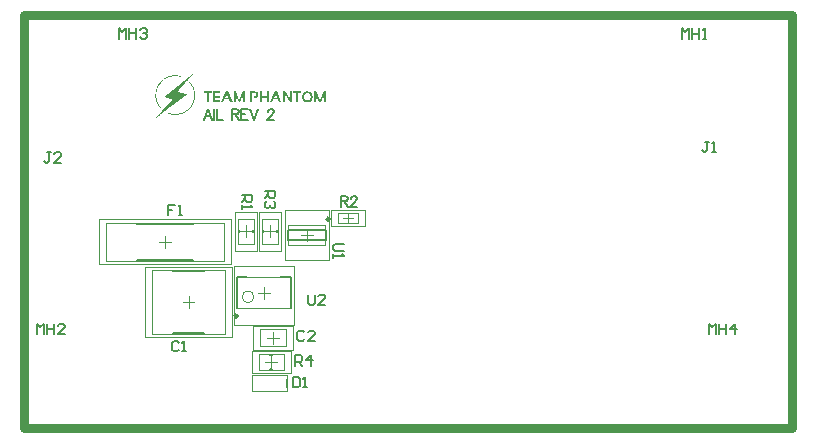
<source format=gto>
G04*
G04 #@! TF.GenerationSoftware,Altium Limited,Altium Designer,18.1.11 (251)*
G04*
G04 Layer_Color=65535*
%FSLAX25Y25*%
%MOIN*%
G70*
G01*
G75*
%ADD10C,0.00984*%
%ADD11C,0.00787*%
%ADD12C,0.00197*%
%ADD13C,0.00650*%
%ADD14C,0.03000*%
%ADD15C,0.00394*%
G36*
X50851Y117578D02*
X50948Y117564D01*
X51073D01*
X51198Y117536D01*
X51351Y117522D01*
X51670Y117467D01*
X52031Y117383D01*
X52420Y117272D01*
X52808Y117133D01*
X52711Y116870D01*
X52697D01*
X52669Y116884D01*
X52614Y116911D01*
X52530Y116925D01*
X52447Y116967D01*
X52336Y116995D01*
X52211Y117036D01*
X52073Y117064D01*
X51767Y117147D01*
X51420Y117217D01*
X51045Y117258D01*
X50657Y117286D01*
X50282D01*
X50157Y117272D01*
X50018D01*
X49699Y117245D01*
X49366Y117203D01*
X49005Y117133D01*
X48630Y117036D01*
X48616D01*
X48589Y117022D01*
X48533Y117009D01*
X48464Y116981D01*
X48380Y116953D01*
X48283Y116911D01*
X48033Y116814D01*
X47756Y116689D01*
X47450Y116537D01*
X47131Y116356D01*
X46798Y116148D01*
X46784D01*
X46756Y116120D01*
X46715Y116093D01*
X46659Y116037D01*
X46493Y115912D01*
X46298Y115732D01*
X46062Y115523D01*
X45813Y115260D01*
X45563Y114982D01*
X45313Y114663D01*
Y114649D01*
X45285Y114621D01*
X45257Y114580D01*
X45216Y114510D01*
X45160Y114427D01*
X45105Y114344D01*
X45035Y114233D01*
X44966Y114108D01*
X44813Y113830D01*
X44661Y113511D01*
X44508Y113164D01*
X44383Y112789D01*
Y112775D01*
X44369Y112747D01*
X44355Y112692D01*
X44341Y112609D01*
X44314Y112525D01*
X44286Y112414D01*
X44272Y112289D01*
X44244Y112151D01*
X44189Y111845D01*
X44147Y111512D01*
X44119Y111137D01*
Y110763D01*
Y110749D01*
Y110721D01*
Y110665D01*
X44133Y110596D01*
X44147Y110499D01*
Y110388D01*
X44161Y110263D01*
X44189Y110138D01*
X44230Y109833D01*
X44314Y109486D01*
X44397Y109139D01*
X44522Y108764D01*
Y108750D01*
X44536Y108722D01*
X44563Y108667D01*
X44591Y108597D01*
X44633Y108514D01*
X44674Y108403D01*
X44799Y108167D01*
X44938Y107889D01*
X45119Y107584D01*
X45341Y107265D01*
X45577Y106946D01*
X45341Y106779D01*
Y106765D01*
X45327Y106779D01*
X45313Y106807D01*
X45271Y106848D01*
X45230Y106918D01*
X45160Y107001D01*
X45091Y107098D01*
X45021Y107209D01*
X44938Y107334D01*
X44758Y107612D01*
X44577Y107931D01*
X44397Y108292D01*
X44244Y108667D01*
Y108681D01*
X44230Y108708D01*
X44216Y108764D01*
X44189Y108847D01*
X44161Y108930D01*
X44119Y109041D01*
X44091Y109166D01*
X44050Y109305D01*
X43980Y109624D01*
X43911Y109971D01*
X43856Y110346D01*
X43828Y110749D01*
Y110763D01*
Y110790D01*
Y110860D01*
Y110929D01*
Y111026D01*
X43842Y111137D01*
Y111276D01*
X43856Y111415D01*
X43883Y111734D01*
X43939Y112095D01*
X44008Y112484D01*
X44105Y112872D01*
Y112886D01*
X44119Y112914D01*
X44133Y112970D01*
X44161Y113053D01*
X44203Y113136D01*
X44230Y113247D01*
X44286Y113372D01*
X44341Y113511D01*
X44480Y113816D01*
X44633Y114149D01*
X44841Y114496D01*
X45063Y114843D01*
X45077Y114857D01*
X45091Y114885D01*
X45132Y114927D01*
X45188Y114996D01*
X45243Y115079D01*
X45327Y115163D01*
X45507Y115385D01*
X45743Y115621D01*
X46007Y115870D01*
X46312Y116134D01*
X46632Y116370D01*
X46645Y116384D01*
X46673Y116398D01*
X46729Y116426D01*
X46784Y116481D01*
X46867Y116523D01*
X46965Y116592D01*
X47090Y116662D01*
X47214Y116731D01*
X47492Y116884D01*
X47825Y117036D01*
X48172Y117189D01*
X48547Y117314D01*
X48561D01*
X48589Y117328D01*
X48644Y117342D01*
X48727Y117356D01*
X48825Y117383D01*
X48936Y117411D01*
X49060Y117439D01*
X49199Y117467D01*
X49519Y117522D01*
X49879Y117564D01*
X50268Y117592D01*
X50782D01*
X50851Y117578D01*
D02*
G37*
G36*
X81651Y108611D02*
X81012D01*
Y110110D01*
X79263D01*
Y108611D01*
X78611D01*
Y112151D01*
X79263D01*
Y110679D01*
X81012D01*
Y112151D01*
X81651D01*
Y108611D01*
D02*
G37*
G36*
X77279Y112137D02*
X77403Y112123D01*
X77528Y112095D01*
X77667Y112039D01*
X77792Y111984D01*
X77903Y111901D01*
X77917Y111887D01*
X77945Y111859D01*
X77986Y111790D01*
X78042Y111720D01*
X78097Y111609D01*
X78139Y111484D01*
X78167Y111332D01*
X78181Y111151D01*
Y111123D01*
Y111068D01*
X78167Y110957D01*
X78139Y110846D01*
X78084Y110707D01*
X78028Y110554D01*
X77931Y110416D01*
X77806Y110277D01*
X77792Y110263D01*
X77737Y110221D01*
X77653Y110166D01*
X77528Y110096D01*
X77376Y110027D01*
X77181Y109958D01*
X76959Y109888D01*
X76696Y109846D01*
X76598Y110416D01*
X76612D01*
X76668Y110429D01*
X76751Y110457D01*
X76848Y110485D01*
X77070Y110568D01*
X77167Y110624D01*
X77265Y110679D01*
X77279Y110693D01*
X77306Y110707D01*
X77334Y110749D01*
X77390Y110804D01*
X77459Y110943D01*
X77487Y111026D01*
X77501Y111123D01*
Y111137D01*
Y111165D01*
X77487Y111248D01*
X77459Y111346D01*
X77390Y111443D01*
X77376Y111457D01*
X77306Y111498D01*
X77209Y111540D01*
X77056Y111554D01*
X76168D01*
Y108611D01*
X75516D01*
Y112151D01*
X77181D01*
X77279Y112137D01*
D02*
G37*
G36*
X89396Y108611D02*
X88757D01*
X86883Y111234D01*
Y108611D01*
X86245D01*
Y112151D01*
X86911D01*
X88771Y109569D01*
Y112151D01*
X89396D01*
Y108611D01*
D02*
G37*
G36*
X100541D02*
X99931D01*
Y111082D01*
X98973Y108611D01*
X98418D01*
X97446Y111082D01*
Y108611D01*
X96836D01*
Y112151D01*
X97516D01*
X98709Y109472D01*
X99889Y112151D01*
X100541D01*
Y108611D01*
D02*
G37*
G36*
X73656D02*
X73059D01*
Y111082D01*
X72087Y108611D01*
X71532D01*
X70561Y111082D01*
Y108611D01*
X69950D01*
Y112151D01*
X70644D01*
X71824Y109472D01*
X73004Y112151D01*
X73656D01*
Y108611D01*
D02*
G37*
G36*
X92449Y111582D02*
X91450D01*
Y108611D01*
X90784D01*
Y111582D01*
X89771D01*
Y112151D01*
X92449D01*
Y111582D01*
D02*
G37*
G36*
X85829Y108611D02*
X85121D01*
X84718Y109569D01*
X83538D01*
X83774Y110138D01*
X84482D01*
X83927Y111470D01*
X82761Y108611D01*
X82095D01*
X83580Y112151D01*
X84288D01*
X85829Y108611D01*
D02*
G37*
G36*
X69533D02*
X68826D01*
X68423Y109569D01*
X67243D01*
X67465Y110138D01*
X68187D01*
X67632Y111470D01*
X66452Y108611D01*
X65800D01*
X67285Y112151D01*
X67993D01*
X69533Y108611D01*
D02*
G37*
G36*
X65467Y111582D02*
X63690D01*
Y110693D01*
X65369D01*
Y110110D01*
X63690D01*
Y109180D01*
X65494D01*
Y108611D01*
X63052D01*
Y112151D01*
X65467D01*
Y111582D01*
D02*
G37*
G36*
X62677D02*
X61650D01*
Y108611D01*
X61011D01*
Y111582D01*
X59998D01*
Y112151D01*
X62677D01*
Y111582D01*
D02*
G37*
G36*
X94767Y112137D02*
X94962Y112109D01*
X95170Y112053D01*
X95392Y111970D01*
X95600Y111859D01*
X95781Y111706D01*
X95794Y111693D01*
X95850Y111623D01*
X95919Y111526D01*
X96003Y111373D01*
X96086Y111193D01*
X96155Y110957D01*
X96211Y110693D01*
X96225Y110374D01*
Y110360D01*
Y110332D01*
Y110291D01*
Y110235D01*
X96197Y110069D01*
X96169Y109874D01*
X96114Y109652D01*
X96044Y109430D01*
X95933Y109222D01*
X95781Y109028D01*
X95767Y109014D01*
X95697Y108958D01*
X95600Y108889D01*
X95447Y108806D01*
X95267Y108722D01*
X95045Y108653D01*
X94781Y108597D01*
X94476Y108583D01*
X94393D01*
X94337Y108597D01*
X94184Y108611D01*
X93990Y108639D01*
X93782Y108694D01*
X93574Y108778D01*
X93366Y108875D01*
X93171Y109028D01*
X93157Y109055D01*
X93102Y109111D01*
X93032Y109222D01*
X92949Y109375D01*
X92866Y109555D01*
X92782Y109791D01*
X92727Y110055D01*
X92699Y110374D01*
Y110388D01*
Y110416D01*
Y110457D01*
X92713Y110527D01*
X92727Y110679D01*
X92755Y110874D01*
X92810Y111096D01*
X92894Y111318D01*
X92991Y111526D01*
X93143Y111706D01*
X93171Y111720D01*
X93227Y111776D01*
X93338Y111845D01*
X93476Y111942D01*
X93671Y112026D01*
X93893Y112095D01*
X94170Y112151D01*
X94476Y112164D01*
X94615D01*
X94767Y112137D01*
D02*
G37*
G36*
X55404Y115329D02*
X55418Y115301D01*
X55459Y115260D01*
X55515Y115204D01*
X55570Y115121D01*
X55640Y115024D01*
X55723Y114927D01*
X55806Y114802D01*
X56001Y114524D01*
X56181Y114219D01*
X56375Y113858D01*
X56542Y113483D01*
Y113469D01*
X56556Y113441D01*
X56583Y113386D01*
X56611Y113303D01*
X56639Y113205D01*
X56681Y113094D01*
X56722Y112970D01*
X56764Y112831D01*
X56847Y112511D01*
X56917Y112151D01*
X56986Y111762D01*
X57028Y111346D01*
Y111332D01*
Y111290D01*
Y111234D01*
Y111151D01*
Y111054D01*
Y110929D01*
Y110790D01*
X57014Y110638D01*
X56986Y110304D01*
X56944Y109930D01*
X56861Y109527D01*
X56764Y109125D01*
Y109111D01*
X56750Y109083D01*
X56736Y109014D01*
X56708Y108944D01*
X56667Y108847D01*
X56625Y108736D01*
X56583Y108611D01*
X56528Y108472D01*
X56389Y108167D01*
X56209Y107820D01*
X56014Y107473D01*
X55778Y107126D01*
X55765Y107112D01*
X55751Y107084D01*
X55709Y107043D01*
X55667Y106973D01*
X55598Y106904D01*
X55529Y106807D01*
X55334Y106599D01*
X55112Y106349D01*
X54835Y106085D01*
X54529Y105821D01*
X54196Y105571D01*
X54182Y105558D01*
X54154Y105544D01*
X54099Y105516D01*
X54030Y105460D01*
X53946Y105405D01*
X53849Y105349D01*
X53724Y105280D01*
X53599Y105211D01*
X53294Y105058D01*
X52961Y104905D01*
X52586Y104753D01*
X52184Y104628D01*
X52170D01*
X52114Y104614D01*
X52031Y104586D01*
X51920Y104558D01*
X51781Y104530D01*
X51628Y104503D01*
X51309Y104447D01*
X51295D01*
X51240Y104433D01*
X51143D01*
X51032Y104419D01*
X50907Y104405D01*
X50754D01*
X50421Y104392D01*
X50310D01*
X50185Y104405D01*
X50018D01*
X49824Y104419D01*
X49602Y104447D01*
X49380Y104475D01*
X49130Y104517D01*
X49102D01*
X49019Y104544D01*
X48894Y104572D01*
X48727Y104614D01*
X48533Y104669D01*
X48325Y104739D01*
X47881Y104905D01*
X47992Y105169D01*
X48006D01*
X48033Y105155D01*
X48089Y105127D01*
X48172Y105099D01*
X48269Y105072D01*
X48366Y105030D01*
X48491Y104989D01*
X48644Y104947D01*
X48950Y104864D01*
X49310Y104780D01*
X49685Y104725D01*
X50074Y104683D01*
X50587D01*
X50740Y104697D01*
X51045Y104711D01*
X51392Y104753D01*
X51767Y104822D01*
X52142Y104905D01*
X52156D01*
X52184Y104919D01*
X52239Y104933D01*
X52308Y104961D01*
X52406Y104989D01*
X52503Y105030D01*
X52753Y105127D01*
X53044Y105252D01*
X53363Y105405D01*
X53696Y105585D01*
X54030Y105793D01*
X54043Y105807D01*
X54071Y105821D01*
X54113Y105849D01*
X54182Y105905D01*
X54252Y105960D01*
X54335Y106029D01*
X54543Y106210D01*
X54793Y106432D01*
X55043Y106682D01*
X55307Y106973D01*
X55556Y107306D01*
X55570Y107320D01*
X55584Y107348D01*
X55612Y107390D01*
X55667Y107459D01*
X55709Y107542D01*
X55778Y107640D01*
X55848Y107751D01*
X55917Y107876D01*
X56070Y108167D01*
X56223Y108500D01*
X56375Y108861D01*
X56500Y109236D01*
Y109250D01*
X56514Y109277D01*
X56528Y109333D01*
X56542Y109416D01*
X56570Y109500D01*
X56583Y109610D01*
X56611Y109735D01*
X56639Y109874D01*
X56681Y110194D01*
X56722Y110540D01*
X56736Y110901D01*
Y111290D01*
Y111304D01*
Y111332D01*
Y111387D01*
X56722Y111470D01*
X56708Y111554D01*
Y111665D01*
X56681Y111790D01*
X56667Y111928D01*
X56611Y112234D01*
X56528Y112581D01*
X56431Y112942D01*
X56292Y113317D01*
Y113330D01*
X56278Y113358D01*
X56250Y113414D01*
X56223Y113483D01*
X56181Y113580D01*
X56125Y113677D01*
X56001Y113927D01*
X55848Y114205D01*
X55654Y114510D01*
X55431Y114829D01*
X55168Y115149D01*
X55390Y115343D01*
X55404Y115329D01*
D02*
G37*
G36*
X56556Y118299D02*
Y118272D01*
X56570Y118258D01*
Y118230D01*
X56556Y118216D01*
X56542Y118202D01*
X56500Y118161D01*
X56459Y118105D01*
X56320Y117952D01*
X56153Y117758D01*
X55945Y117536D01*
X55723Y117272D01*
X55473Y117009D01*
X55223Y116717D01*
X55209Y116703D01*
X55195Y116689D01*
X55154Y116648D01*
X55112Y116592D01*
X54973Y116439D01*
X54793Y116245D01*
X54599Y116009D01*
X54363Y115745D01*
X54113Y115482D01*
X53863Y115190D01*
X53849Y115176D01*
X53835Y115163D01*
X53794Y115121D01*
X53752Y115065D01*
X53613Y114913D01*
X53433Y114718D01*
X53224Y114482D01*
X53002Y114219D01*
X52753Y113941D01*
X52489Y113650D01*
X52475Y113636D01*
X52461Y113622D01*
X52420Y113580D01*
X52378Y113525D01*
X52239Y113372D01*
X52059Y113178D01*
X51850Y112942D01*
X51628Y112678D01*
X51379Y112414D01*
X51115Y112123D01*
X51129D01*
X51156Y112109D01*
X51198Y112095D01*
X51254Y112081D01*
X51323Y112067D01*
X51406Y112039D01*
X51614Y111984D01*
X51864Y111915D01*
X52128Y111845D01*
X52420Y111762D01*
X52725Y111679D01*
X52739D01*
X52767Y111665D01*
X52808D01*
X52864Y111637D01*
X52933Y111623D01*
X53016Y111595D01*
X53224Y111554D01*
X53474Y111484D01*
X53752Y111415D01*
X54043Y111332D01*
X54349Y111248D01*
X54335Y111234D01*
X54293Y111207D01*
X54224Y111151D01*
X54127Y111082D01*
X54002Y110998D01*
X53863Y110888D01*
X53710Y110776D01*
X53530Y110638D01*
X53336Y110499D01*
X53127Y110346D01*
X52683Y110013D01*
X52211Y109652D01*
X51726Y109277D01*
X51712Y109264D01*
X51670Y109236D01*
X51601Y109180D01*
X51503Y109111D01*
X51379Y109014D01*
X51240Y108916D01*
X51087Y108792D01*
X50907Y108667D01*
X50726Y108514D01*
X50518Y108361D01*
X50074Y108028D01*
X49602Y107681D01*
X49116Y107306D01*
X49102Y107293D01*
X49060Y107265D01*
X48991Y107209D01*
X48894Y107140D01*
X48783Y107057D01*
X48644Y106946D01*
X48478Y106834D01*
X48311Y106696D01*
X48117Y106557D01*
X47922Y106404D01*
X47478Y106071D01*
X47006Y105724D01*
X46521Y105363D01*
X46507Y105349D01*
X46465Y105322D01*
X46396Y105266D01*
X46298Y105197D01*
X46174Y105113D01*
X46035Y105002D01*
X45882Y104891D01*
X45702Y104753D01*
X45521Y104614D01*
X45313Y104461D01*
X44869Y104128D01*
X44411Y103781D01*
X43925Y103420D01*
X43911Y103434D01*
X43897Y103462D01*
Y103476D01*
Y103489D01*
X43911Y103503D01*
X43925Y103517D01*
X43967Y103559D01*
X44022Y103614D01*
X44147Y103767D01*
X44327Y103961D01*
X44536Y104183D01*
X44772Y104433D01*
X45021Y104697D01*
X45285Y104975D01*
X45299Y104989D01*
X45313Y105002D01*
X45355Y105044D01*
X45410Y105099D01*
X45535Y105252D01*
X45715Y105447D01*
X45924Y105669D01*
X46160Y105918D01*
X46409Y106182D01*
X46673Y106460D01*
X46687Y106474D01*
X46701Y106488D01*
X46743Y106529D01*
X46798Y106585D01*
X46937Y106737D01*
X47117Y106932D01*
X47326Y107154D01*
X47575Y107418D01*
X47825Y107695D01*
X48089Y107973D01*
X48103Y107987D01*
X48117Y108000D01*
X48158Y108042D01*
X48214Y108098D01*
X48353Y108250D01*
X48519Y108445D01*
X48741Y108667D01*
X48977Y108930D01*
X49227Y109208D01*
X49491Y109486D01*
X49477D01*
X49463Y109500D01*
X49380Y109527D01*
X49241Y109569D01*
X49074Y109624D01*
X48866Y109694D01*
X48644Y109777D01*
X48408Y109846D01*
X48158Y109930D01*
X48144D01*
X48131Y109944D01*
X48047Y109971D01*
X47922Y110013D01*
X47742Y110069D01*
X47548Y110138D01*
X47326Y110221D01*
X47076Y110304D01*
X46826Y110388D01*
X46840Y110402D01*
X46881Y110429D01*
X46951Y110485D01*
X47034Y110554D01*
X47145Y110652D01*
X47284Y110763D01*
X47437Y110874D01*
X47589Y111012D01*
X47770Y111165D01*
X47964Y111318D01*
X48380Y111651D01*
X48811Y112012D01*
X49269Y112387D01*
X49283Y112400D01*
X49324Y112428D01*
X49394Y112484D01*
X49477Y112553D01*
X49588Y112650D01*
X49713Y112747D01*
X49866Y112872D01*
X50032Y112997D01*
X50213Y113150D01*
X50393Y113303D01*
X50809Y113636D01*
X51254Y113997D01*
X51698Y114357D01*
X51712Y114371D01*
X51753Y114399D01*
X51823Y114455D01*
X51906Y114524D01*
X52017Y114621D01*
X52142Y114732D01*
X52295Y114843D01*
X52461Y114982D01*
X52642Y115121D01*
X52822Y115287D01*
X53238Y115621D01*
X53683Y115981D01*
X54127Y116342D01*
X54141Y116356D01*
X54182Y116384D01*
X54252Y116439D01*
X54335Y116509D01*
X54446Y116606D01*
X54571Y116703D01*
X54724Y116828D01*
X54876Y116953D01*
X55057Y117106D01*
X55251Y117258D01*
X55654Y117592D01*
X56098Y117952D01*
X56542Y118313D01*
X56556Y118299D01*
D02*
G37*
%LPC*%
G36*
X94476Y111609D02*
X94379D01*
X94282Y111595D01*
X94170Y111568D01*
X94032Y111526D01*
X93893Y111470D01*
X93754Y111401D01*
X93643Y111290D01*
X93629Y111276D01*
X93601Y111234D01*
X93560Y111165D01*
X93518Y111068D01*
X93463Y110929D01*
X93421Y110776D01*
X93393Y110596D01*
X93379Y110388D01*
Y110360D01*
Y110291D01*
X93393Y110180D01*
X93407Y110041D01*
X93449Y109902D01*
X93490Y109749D01*
X93560Y109597D01*
X93643Y109472D01*
X93657Y109458D01*
X93699Y109430D01*
X93754Y109375D01*
X93851Y109319D01*
X93962Y109264D01*
X94115Y109208D01*
X94282Y109180D01*
X94476Y109166D01*
X94559D01*
X94656Y109180D01*
X94767Y109208D01*
X94906Y109236D01*
X95031Y109291D01*
X95156Y109375D01*
X95267Y109472D01*
X95281Y109486D01*
X95309Y109527D01*
X95350Y109597D01*
X95406Y109708D01*
X95461Y109833D01*
X95503Y109985D01*
X95531Y110180D01*
X95545Y110388D01*
Y110402D01*
Y110416D01*
Y110485D01*
X95531Y110596D01*
X95517Y110721D01*
X95475Y110874D01*
X95434Y111026D01*
X95364Y111165D01*
X95267Y111290D01*
X95253Y111304D01*
X95211Y111346D01*
X95156Y111387D01*
X95073Y111457D01*
X94962Y111512D01*
X94823Y111554D01*
X94656Y111595D01*
X94476Y111609D01*
D02*
G37*
%LPD*%
D10*
X71240Y37396D02*
G03*
X71240Y37396I-492J0D01*
G01*
X101839Y69630D02*
G03*
X101839Y69630I-492J0D01*
G01*
D11*
X85512Y50191D02*
X89055D01*
Y39955D02*
Y50191D01*
X70945D02*
X74488D01*
X70945Y39955D02*
Y50191D01*
X87961Y62543D02*
X100559D01*
X87961Y66087D02*
X100559D01*
X87961Y62543D02*
Y66087D01*
X100559Y62543D02*
Y66087D01*
X82063Y24264D02*
X82850D01*
X82063Y19736D02*
X82850D01*
X37551Y67984D02*
X56449D01*
X37551Y56016D02*
X56449D01*
X49547Y52236D02*
X60177D01*
X49547Y31764D02*
X60177D01*
X76264Y65150D02*
Y65937D01*
X71736Y65150D02*
Y65937D01*
X79736Y65150D02*
Y65937D01*
X84264Y65150D02*
Y65937D01*
D12*
X87264Y13524D02*
Y16476D01*
X90039Y34157D02*
Y53843D01*
X69961Y34157D02*
Y53843D01*
X90039D01*
X69961Y34157D02*
X90039D01*
X86976Y56047D02*
Y72583D01*
X101543Y56047D02*
Y72583D01*
X86976Y56047D02*
X101543D01*
X86976Y72583D02*
X101543D01*
X75961Y18260D02*
Y25740D01*
X88953Y18260D02*
Y25740D01*
X75961D02*
X88953D01*
X75961Y18260D02*
X88953D01*
X102291Y67244D02*
X113709D01*
X102291Y72756D02*
X113709D01*
Y67244D02*
Y72756D01*
X102291Y67244D02*
Y72756D01*
X76339Y17559D02*
X87559D01*
X76142Y12441D02*
Y17559D01*
X76339Y12441D02*
X87559D01*
Y17559D01*
X24953Y54520D02*
Y69480D01*
X69047Y54520D02*
Y69480D01*
X24953D02*
X69047D01*
X24953Y54520D02*
X69047D01*
X40492Y30386D02*
Y53614D01*
X69232Y30386D02*
Y53614D01*
X40492D02*
X69232D01*
X40492Y30386D02*
X69232D01*
X76307Y26063D02*
Y33937D01*
X89693Y26063D02*
Y33937D01*
X76307D02*
X89693D01*
X76307Y26063D02*
X89693D01*
X70260Y72039D02*
X77740D01*
X70260Y59047D02*
X77740D01*
Y72039D01*
X70260Y59047D02*
Y72039D01*
X78260Y59047D02*
X85740D01*
X78260Y72039D02*
X85740D01*
X78260Y59047D02*
Y72039D01*
X85740Y59047D02*
Y72039D01*
D13*
X62666Y102700D02*
X61333Y106199D01*
X60000Y102700D01*
X60500Y103866D02*
X62166D01*
X63483Y106199D02*
Y102700D01*
X64216Y106199D02*
Y102700D01*
X66215D01*
X69348Y106199D02*
Y102700D01*
Y106199D02*
X70848D01*
X71348Y106033D01*
X71514Y105866D01*
X71681Y105533D01*
Y105200D01*
X71514Y104866D01*
X71348Y104700D01*
X70848Y104533D01*
X69348D01*
X70514D02*
X71681Y102700D01*
X74630Y106199D02*
X72464D01*
Y102700D01*
X74630D01*
X72464Y104533D02*
X73797D01*
X75213Y106199D02*
X76547Y102700D01*
X77880Y106199D02*
X76547Y102700D01*
X81245Y105366D02*
Y105533D01*
X81412Y105866D01*
X81579Y106033D01*
X81912Y106199D01*
X82578D01*
X82912Y106033D01*
X83078Y105866D01*
X83245Y105533D01*
Y105200D01*
X83078Y104866D01*
X82745Y104366D01*
X81079Y102700D01*
X83412D01*
X94650Y44399D02*
Y41483D01*
X95233Y40900D01*
X96399D01*
X96983Y41483D01*
Y44399D01*
X100481Y40900D02*
X98149D01*
X100481Y43233D01*
Y43816D01*
X99898Y44399D01*
X98732D01*
X98149Y43816D01*
X106549Y61350D02*
X103633D01*
X103050Y60767D01*
Y59601D01*
X103633Y59017D01*
X106549D01*
X103050Y57851D02*
Y56685D01*
Y57268D01*
X106549D01*
X105966Y57851D01*
X90450Y20800D02*
Y24299D01*
X92199D01*
X92783Y23716D01*
Y22549D01*
X92199Y21966D01*
X90450D01*
X91616D02*
X92783Y20800D01*
X95698D02*
Y24299D01*
X93949Y22549D01*
X96281D01*
X80350Y79000D02*
X83849D01*
Y77251D01*
X83266Y76667D01*
X82099D01*
X81516Y77251D01*
Y79000D01*
Y77834D02*
X80350Y76667D01*
X83266Y75501D02*
X83849Y74918D01*
Y73752D01*
X83266Y73169D01*
X82683D01*
X82099Y73752D01*
Y74335D01*
Y73752D01*
X81516Y73169D01*
X80933D01*
X80350Y73752D01*
Y74918D01*
X80933Y75501D01*
X105600Y77299D02*
Y73800D01*
Y77299D02*
X107100D01*
X107600Y77133D01*
X107766Y76966D01*
X107933Y76633D01*
Y76300D01*
X107766Y75966D01*
X107600Y75800D01*
X107100Y75633D01*
X105600D01*
X106766D02*
X107933Y73800D01*
X108883Y76466D02*
Y76633D01*
X109049Y76966D01*
X109216Y77133D01*
X109549Y77299D01*
X110216D01*
X110549Y77133D01*
X110716Y76966D01*
X110882Y76633D01*
Y76300D01*
X110716Y75966D01*
X110382Y75466D01*
X108716Y73800D01*
X111049D01*
X72650Y77750D02*
X76149D01*
Y76001D01*
X75566Y75417D01*
X74399D01*
X73816Y76001D01*
Y77750D01*
Y76584D02*
X72650Y75417D01*
Y74251D02*
Y73085D01*
Y73668D01*
X76149D01*
X75566Y74251D01*
X8983Y91949D02*
X7816D01*
X8399D01*
Y89033D01*
X7816Y88450D01*
X7233D01*
X6650Y89033D01*
X12481Y88450D02*
X10149D01*
X12481Y90783D01*
Y91366D01*
X11898Y91949D01*
X10732D01*
X10149Y91366D01*
X228333Y95399D02*
X227166D01*
X227749D01*
Y92483D01*
X227166Y91900D01*
X226583D01*
X226000Y92483D01*
X229499Y91900D02*
X230665D01*
X230082D01*
Y95399D01*
X229499Y94816D01*
X50433Y74449D02*
X48100D01*
Y72699D01*
X49266D01*
X48100D01*
Y70950D01*
X51599D02*
X52765D01*
X52182D01*
Y74449D01*
X51599Y73866D01*
X89600Y16999D02*
Y13500D01*
X91349D01*
X91933Y14083D01*
Y16416D01*
X91349Y16999D01*
X89600D01*
X93099Y13500D02*
X94265D01*
X93682D01*
Y16999D01*
X93099Y16416D01*
X93483Y31866D02*
X92899Y32449D01*
X91733D01*
X91150Y31866D01*
Y29533D01*
X91733Y28950D01*
X92899D01*
X93483Y29533D01*
X96981Y28950D02*
X94649D01*
X96981Y31283D01*
Y31866D01*
X96398Y32449D01*
X95232D01*
X94649Y31866D01*
X51633Y28416D02*
X51049Y28999D01*
X49883D01*
X49300Y28416D01*
Y26083D01*
X49883Y25500D01*
X51049D01*
X51633Y26083D01*
X52799Y25500D02*
X53965D01*
X53382D01*
Y28999D01*
X52799Y28416D01*
X228200Y31200D02*
Y34699D01*
X229366Y33533D01*
X230533Y34699D01*
Y31200D01*
X231699Y34699D02*
Y31200D01*
Y32949D01*
X234031D01*
Y34699D01*
Y31200D01*
X236947D02*
Y34699D01*
X235198Y32949D01*
X237530D01*
X31650Y129750D02*
Y133249D01*
X32816Y132083D01*
X33983Y133249D01*
Y129750D01*
X35149Y133249D02*
Y129750D01*
Y131499D01*
X37481D01*
Y133249D01*
Y129750D01*
X38648Y132666D02*
X39231Y133249D01*
X40397D01*
X40980Y132666D01*
Y132083D01*
X40397Y131499D01*
X39814D01*
X40397D01*
X40980Y130916D01*
Y130333D01*
X40397Y129750D01*
X39231D01*
X38648Y130333D01*
X4200Y31200D02*
Y34699D01*
X5366Y33533D01*
X6533Y34699D01*
Y31200D01*
X7699Y34699D02*
Y31200D01*
Y32949D01*
X10031D01*
Y34699D01*
Y31200D01*
X13530D02*
X11198D01*
X13530Y33533D01*
Y34116D01*
X12947Y34699D01*
X11781D01*
X11198Y34116D01*
X219350Y129650D02*
Y133149D01*
X220516Y131983D01*
X221683Y133149D01*
Y129650D01*
X222849Y133149D02*
Y129650D01*
Y131399D01*
X225181D01*
Y133149D01*
Y129650D01*
X226348D02*
X227514D01*
X226931D01*
Y133149D01*
X226348Y132566D01*
D14*
X0Y0D02*
X255906D01*
Y137795D01*
X0D02*
X255906D01*
X0Y0D02*
Y137795D01*
D15*
X76653Y43695D02*
G03*
X76653Y43695I-1969J0D01*
G01*
X89055Y39955D02*
Y50191D01*
X70945Y39955D02*
Y50191D01*
X89055D01*
X70945Y39955D02*
X89055D01*
X88059Y61067D02*
Y67563D01*
X100461Y61067D02*
Y67563D01*
X88059Y61067D02*
X100461D01*
X88059Y67563D02*
X100461D01*
X78323Y19342D02*
Y24657D01*
X86591Y19342D02*
Y24657D01*
X78323D02*
X86591D01*
X78323Y19342D02*
X86591D01*
X104654Y68228D02*
X111346D01*
X104654Y71772D02*
X111346D01*
Y68228D02*
Y71772D01*
X104654Y68228D02*
Y71772D01*
X27315Y55701D02*
Y68299D01*
X66685Y55701D02*
Y68299D01*
X27315D02*
X66685D01*
X27315Y55701D02*
X66685D01*
X42854Y31370D02*
Y52630D01*
X66870Y31370D02*
Y52630D01*
X42854D02*
X66870D01*
X42854Y31370D02*
X66870D01*
X78669Y27146D02*
Y32854D01*
X87331Y27146D02*
Y32854D01*
X78669D02*
X87331D01*
X78669Y27146D02*
X87331D01*
X71342Y69677D02*
X76657D01*
X71342Y61409D02*
X76657D01*
Y69677D01*
X71342Y61409D02*
Y69677D01*
X79343Y61409D02*
X84658D01*
X79343Y69677D02*
X84658D01*
X79343Y61409D02*
Y69677D01*
X84658Y61409D02*
Y69677D01*
X78031Y45073D02*
X81968D01*
X80000Y43104D02*
Y47041D01*
X92291Y64315D02*
X96228D01*
X94260Y62347D02*
Y66284D01*
X80488Y22000D02*
X84425D01*
X82457Y20031D02*
Y23968D01*
X108000Y68228D02*
Y71772D01*
X106228Y70000D02*
X109772D01*
X45031Y62000D02*
X48968D01*
X47000Y60031D02*
Y63968D01*
X52894Y42000D02*
X56831D01*
X54862Y40031D02*
Y43968D01*
X81032Y30000D02*
X84969D01*
X83000Y28032D02*
Y31969D01*
X74000Y63575D02*
Y67512D01*
X72031Y65543D02*
X75968D01*
X82000Y63575D02*
Y67512D01*
X80032Y65543D02*
X83969D01*
M02*

</source>
